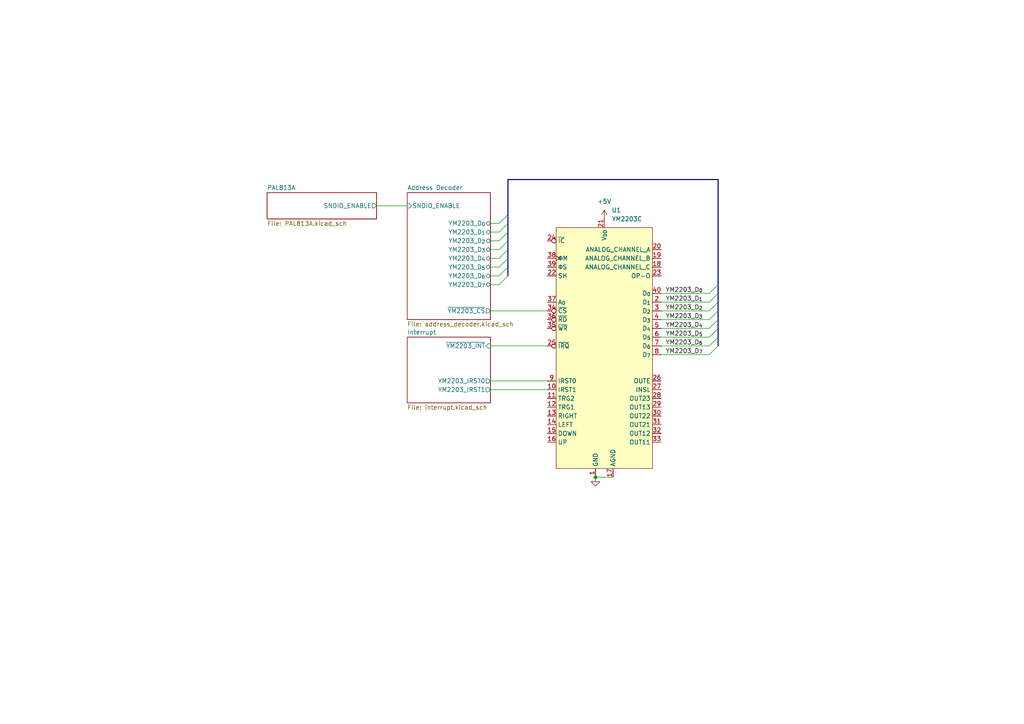
<source format=kicad_sch>
(kicad_sch (version 20250114) (generator "eeschema") (generator_version "9.0")
  (paper "A4")
  (lib_symbols
    (symbol "Local:Yamaha_YM2203C"
      (property "Reference" "U" (at 0 43.942 0))
      (property "Value" "YM2203C" (at 0 0 0))
      (symbol "Yamaha_YM2203C_1_1"
        (rectangle (start -13.97 34.29) (end 13.97 -35.56) (fill (type background)))
        (pin input inverted (at -16.51 30.48 0) (length 2.54) (name "~{IC}") (number "24"))
        (pin input clock (at -16.51 25.4 0) (length 2.54) (name "ΦM") (number "38"))
        (pin output line (at -16.51 22.86 0) (length 2.54) (name "ΦS") (number "39"))
        (pin output line (at -16.51 20.32 0) (length 2.54) (name "SH") (number "22"))
        (pin input line (at -16.51 12.7 0) (length 2.54) (name "A_{0}") (number "37"))
        (pin input inverted (at -16.51 10.16 0) (length 2.54) (name "~{CS}") (number "34"))
        (pin input inverted (at -16.51 7.62 0) (length 2.54) (name "~{RD}") (number "36"))
        (pin input inverted (at -16.51 5.08 0) (length 2.54) (name "~{WR}") (number "35"))
        (pin output inverted (at -16.51 0 0) (length 2.54) (name "~{IRQ}") (number "25"))
        (pin input line (at -16.51 -10.16 0) (length 2.54) (name "IRST0") (number "9"))
        (pin input line (at -16.51 -12.7 0) (length 2.54) (name "IRST1") (number "10"))
        (pin input line (at -16.51 -15.24 0) (length 2.54) (name "TRG2") (number "11"))
        (pin input line (at -16.51 -17.78 0) (length 2.54) (name "TRG1") (number "12"))
        (pin input line (at -16.51 -20.32 0) (length 2.54) (name "RIGHT") (number "13"))
        (pin input line (at -16.51 -22.86 0) (length 2.54) (name "LEFT") (number "14"))
        (pin input line (at -16.51 -25.4 0) (length 2.54) (name "DOWN") (number "15"))
        (pin input line (at -16.51 -27.94 0) (length 2.54) (name "UP") (number "16"))
        (pin power_in line (at -2.54 -38.1 90) (length 2.54) (name "GND") (number "1"))
        (pin power_in line (at 0 36.83 270) (length 2.54) (name "V_{DD}") (number "21"))
        (pin power_in line (at 2.54 -38.1 90) (length 2.54) (name "AGND") (number "17"))
        (pin output line (at 16.51 27.94 180) (length 2.54) (name "ANALOG_CHANNEL_A") (number "20"))
        (pin output line (at 16.51 25.4 180) (length 2.54) (name "ANALOG_CHANNEL_B") (number "19"))
        (pin output line (at 16.51 22.86 180) (length 2.54) (name "ANALOG_CHANNEL_C") (number "18"))
        (pin output line (at 16.51 20.32 180) (length 2.54) (name "OP-O") (number "23"))
        (pin bidirectional line (at 16.51 15.24 180) (length 2.54) (name "D_{0}") (number "40"))
        (pin bidirectional line (at 16.51 12.7 180) (length 2.54) (name "D_{1}") (number "2"))
        (pin bidirectional line (at 16.51 10.16 180) (length 2.54) (name "D_{2}") (number "3"))
        (pin bidirectional line (at 16.51 7.62 180) (length 2.54) (name "D_{3}") (number "4"))
        (pin bidirectional line (at 16.51 5.08 180) (length 2.54) (name "D_{4}") (number "5"))
        (pin bidirectional line (at 16.51 2.54 180) (length 2.54) (name "D_{5}") (number "6"))
        (pin bidirectional line (at 16.51 0 180) (length 2.54) (name "D_{6}") (number "7"))
        (pin bidirectional line (at 16.51 -2.54 180) (length 2.54) (name "D_{7}") (number "8"))
        (pin output line (at 16.51 -10.16 180) (length 2.54) (name "OUTE") (number "26"))
        (pin output line (at 16.51 -12.7 180) (length 2.54) (name "INSL") (number "27"))
        (pin output line (at 16.51 -15.24 180) (length 2.54) (name "OUT23") (number "28"))
        (pin output line (at 16.51 -17.78 180) (length 2.54) (name "OUT13") (number "29"))
        (pin output line (at 16.51 -20.32 180) (length 2.54) (name "OUT22") (number "30"))
        (pin output line (at 16.51 -22.86 180) (length 2.54) (name "OUT21") (number "31"))
        (pin output line (at 16.51 -25.4 180) (length 2.54) (name "OUT12") (number "32"))
        (pin output line (at 16.51 -27.94 180) (length 2.54) (name "OUT11") (number "33"))
      )
    )
    (symbol "power:+5V" (power) (pin_numbers (hide yes)) (pin_names (offset 0) (hide yes))
      (property "Value" "+5V" (at 0 3.556 0))
      (symbol "+5V_0_1"
        (polyline (pts (xy -0.762 1.27) (xy 0 2.54)))
        (polyline (pts (xy 0 2.54) (xy 0.762 1.27)))
        (polyline (pts (xy 0 0) (xy 0 2.54)))
      )
      (symbol "+5V_1_1"
        (pin power_in line (at 0 0 90) (length 0) (name "~") (number "1"))
      )
    )
    (symbol "power:GND" (power) (pin_numbers (hide yes)) (pin_names (offset 0) (hide yes))
      (property "Value" "GND" (at 0 -3.81 0))
      (symbol "GND_0_1"
        (polyline (pts (xy 0 0) (xy 0 -1.27) (xy 1.27 -1.27) (xy 0 -2.54) (xy -1.27 -1.27) (xy 0 -1.27)))
      )
      (symbol "GND_1_1"
        (pin power_in line (at 0 0 270) (length 0) (name "~") (number "1"))
      )
    )
  )
  (junction (at 172.72 138.43))
  (bus_entry (at 147.32 67.31) (size -2.54 2.54))
  (bus_entry (at 208.28 82.55) (size -2.54 2.54))
  (bus_entry (at 147.32 72.39) (size -2.54 2.54))
  (bus_entry (at 205.74 97.79) (size 2.54 -2.54))
  (bus_entry (at 205.74 95.25) (size 2.54 -2.54))
  (bus_entry (at 147.32 62.23) (size -2.54 2.54))
  (bus_entry (at 147.32 74.93) (size -2.54 2.54))
  (bus_entry (at 147.32 69.85) (size -2.54 2.54))
  (bus_entry (at 205.74 92.71) (size 2.54 -2.54))
  (bus_entry (at 147.32 77.47) (size -2.54 2.54))
  (bus_entry (at 205.74 100.33) (size 2.54 -2.54))
  (bus_entry (at 147.32 80.01) (size -2.54 2.54))
  (bus_entry (at 205.74 90.17) (size 2.54 -2.54))
  (bus_entry (at 205.74 87.63) (size 2.54 -2.54))
  (bus_entry (at 205.74 102.87) (size 2.54 -2.54))
  (bus_entry (at 147.32 64.77) (size -2.54 2.54))
  (wire (pts (xy 142.24 64.77) (xy 144.78 64.77)))
  (wire (pts (xy 191.77 85.09) (xy 205.74 85.09)))
  (bus (pts (xy 147.32 77.47) (xy 147.32 74.93)))
  (wire (pts (xy 109.22 59.69) (xy 118.11 59.69)))
  (wire (pts (xy 191.77 92.71) (xy 205.74 92.71)))
  (wire (pts (xy 191.77 100.33) (xy 205.74 100.33)))
  (bus (pts (xy 147.32 69.85) (xy 147.32 67.31)))
  (wire (pts (xy 142.24 72.39) (xy 144.78 72.39)))
  (wire (pts (xy 142.24 82.55) (xy 144.78 82.55)))
  (bus (pts (xy 147.32 72.39) (xy 147.32 69.85)))
  (bus (pts (xy 208.28 52.07) (xy 208.28 82.55)))
  (wire (pts (xy 172.72 138.43) (xy 177.8 138.43)))
  (wire (pts (xy 142.24 74.93) (xy 144.78 74.93)))
  (wire (pts (xy 191.77 102.87) (xy 205.74 102.87)))
  (bus (pts (xy 208.28 95.25) (xy 208.28 92.71)))
  (bus (pts (xy 147.32 64.77) (xy 147.32 62.23)))
  (bus (pts (xy 208.28 100.33) (xy 208.28 97.79)))
  (bus (pts (xy 208.28 92.71) (xy 208.28 90.17)))
  (bus (pts (xy 147.32 74.93) (xy 147.32 72.39)))
  (wire (pts (xy 142.24 69.85) (xy 144.78 69.85)))
  (wire (pts (xy 142.24 67.31) (xy 144.78 67.31)))
  (wire (pts (xy 142.24 90.17) (xy 158.75 90.17)))
  (wire (pts (xy 191.77 87.63) (xy 205.74 87.63)))
  (bus (pts (xy 208.28 82.55) (xy 208.28 85.09)))
  (bus (pts (xy 208.28 85.09) (xy 208.28 87.63)))
  (wire (pts (xy 142.24 80.01) (xy 144.78 80.01)))
  (bus (pts (xy 147.32 52.07) (xy 208.28 52.07)))
  (bus (pts (xy 208.28 90.17) (xy 208.28 87.63)))
  (wire (pts (xy 191.77 90.17) (xy 205.74 90.17)))
  (wire (pts (xy 142.24 100.33) (xy 158.75 100.33)))
  (bus (pts (xy 147.32 67.31) (xy 147.32 64.77)))
  (bus (pts (xy 147.32 80.01) (xy 147.32 77.47)))
  (wire (pts (xy 191.77 97.79) (xy 205.74 97.79)))
  (wire (pts (xy 142.24 113.03) (xy 158.75 113.03)))
  (wire (pts (xy 142.24 110.49) (xy 158.75 110.49)))
  (wire (pts (xy 142.24 77.47) (xy 144.78 77.47)))
  (bus (pts (xy 208.28 97.79) (xy 208.28 95.25)))
  (wire (pts (xy 191.77 95.25) (xy 205.74 95.25)))
  (bus (pts (xy 147.32 62.23) (xy 147.32 52.07)))
  (label "YM2203_D_{2}" (at 193.04 90.17 0))
  (label "YM2203_D_{7}" (at 193.04 102.87 0))
  (label "YM2203_D_{6}" (at 193.04 100.33 0))
  (label "YM2203_D_{0}" (at 193.04 85.09 0))
  (label "YM2203_D_{4}" (at 193.04 95.25 0))
  (label "YM2203_D_{3}" (at 193.04 92.71 0))
  (label "YM2203_D_{1}" (at 193.04 87.63 0))
  (label "YM2203_D_{5}" (at 193.04 97.79 0))
  (symbol (lib_id "Local:Yamaha_YM2203C") (at 175.26 100.33 0) (unit 1)
    (property "Reference" "U1" (at 177.4033 60.96 0) (effects (justify left)))
    (property "Value" "YM2203C" (at 177.4033 63.5 0) (effects (justify left)))
    (property "Footprint" "Package_DIP:DIP-40_W15.24mm" (effects (hide yes)))
    (property "Location" "15D" (effects (hide yes)))
  )
  (symbol (lib_id "power:GND") (at 172.72 138.43 0) (unit 1)
    (property "Reference" "#PWR06" (effects (hide yes)))
    (property "Value" "GND" (effects (hide yes)))
    (property "Description" "Power symbol creates a global label with name \"GND\" , ground" (effects (hide yes)))
  )
  (symbol (lib_id "power:+5V") (at 175.26 63.5 0) (unit 1)
    (property "Reference" "#PWR05" (effects (hide yes)))
    (property "Value" "+5V" (at 175.26 58.42 0))
    (property "Description" "Power symbol creates a global label with name \"+5V\"" (effects (hide yes)))
  )
  (sheet (at 118.11 55.88) (size 24.13 36.83) (stroke (width 0.1524))
    (property "Sheetname" "Address Decoder" (at 118.11 55.1684 0) (effects (justify left bottom)))
    (property "Sheetfile" "address_decoder.kicad_sch" (at 118.11 93.2946 0) (effects (justify left top)))
    (pin "~{YM2203_CS}" output (at 142.24 90.17 0))
    (pin "YM2203_D_{0}" bidirectional (at 142.24 64.77 0))
    (pin "YM2203_D_{1}" bidirectional (at 142.24 67.31 0))
    (pin "YM2203_D_{2}" bidirectional (at 142.24 69.85 0))
    (pin "YM2203_D_{3}" bidirectional (at 142.24 72.39 0))
    (pin "YM2203_D_{4}" bidirectional (at 142.24 74.93 0))
    (pin "YM2203_D_{5}" bidirectional (at 142.24 77.47 0))
    (pin "YM2203_D_{6}" bidirectional (at 142.24 80.01 0))
    (pin "YM2203_D_{7}" bidirectional (at 142.24 82.55 0))
    (pin "SNDIO_ENABLE" input (at 118.11 59.69 180))
  )
  (sheet (at 77.47 55.88) (size 31.75 7.62) (stroke (width 0.1524))
    (property "Sheetname" "PAL813A" (at 77.47 55.1684 0) (effects (justify left bottom)))
    (property "Sheetfile" "PAL813A.kicad_sch" (at 77.47 64.0846 0) (effects (justify left top)))
    (pin "SNDIO_ENABLE" output (at 109.22 59.69 0))
  )
  (sheet (at 118.11 97.79) (size 24.13 19.05) (stroke (width 0.1524))
    (property "Sheetname" "Interrupt" (at 118.11 97.0784 0) (effects (justify left bottom)))
    (property "Sheetfile" "interrupt.kicad_sch" (at 118.11 117.4246 0) (effects (justify left top)))
    (pin "~{YM2203_INT}" input (at 142.24 100.33 0))
    (pin "YM2203_IRST0" output (at 142.24 110.49 0))
    (pin "YM2203_IRST1" output (at 142.24 113.03 0))
  )
)
</source>
